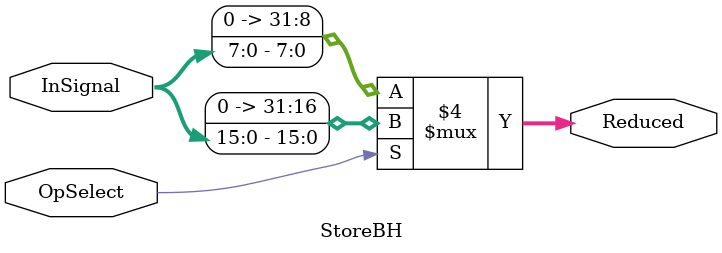
<source format=v>
`timescale 1ns / 1ps


module StoreBH(Reduced, InSignal, OpSelect);

    input [31:0] InSignal;
    input OpSelect;
    
    output reg [31:0] Reduced;
    
    always @(InSignal, OpSelect) begin
        //based on OpSelect, will either do store byte or store half-word
        //OpSelect == 0 for store byte, OpSelect == 1 for store half-word
        if(OpSelect == 1'b0) begin
            Reduced <= {24'b000000000000000000000000, InSignal[7:0]};
        end
        else begin
            Reduced <= {16'b0000000000000000, InSignal[15:0]};
        end
    end

endmodule

</source>
